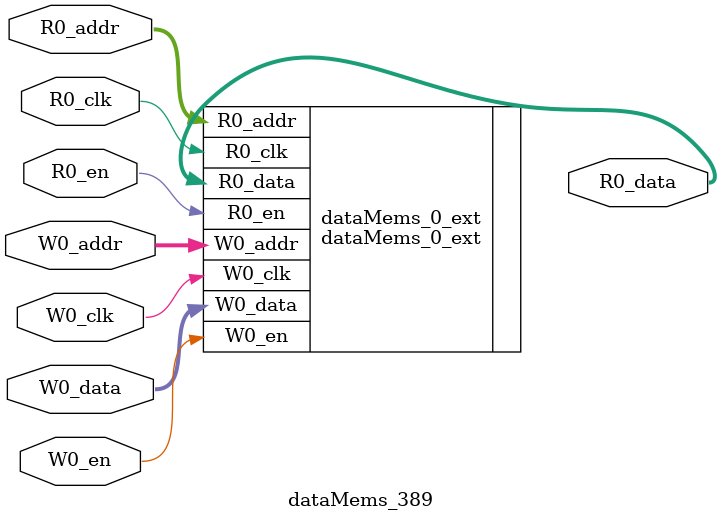
<source format=sv>
`ifndef RANDOMIZE
  `ifdef RANDOMIZE_REG_INIT
    `define RANDOMIZE
  `endif // RANDOMIZE_REG_INIT
`endif // not def RANDOMIZE
`ifndef RANDOMIZE
  `ifdef RANDOMIZE_MEM_INIT
    `define RANDOMIZE
  `endif // RANDOMIZE_MEM_INIT
`endif // not def RANDOMIZE

`ifndef RANDOM
  `define RANDOM $random
`endif // not def RANDOM

// Users can define 'PRINTF_COND' to add an extra gate to prints.
`ifndef PRINTF_COND_
  `ifdef PRINTF_COND
    `define PRINTF_COND_ (`PRINTF_COND)
  `else  // PRINTF_COND
    `define PRINTF_COND_ 1
  `endif // PRINTF_COND
`endif // not def PRINTF_COND_

// Users can define 'ASSERT_VERBOSE_COND' to add an extra gate to assert error printing.
`ifndef ASSERT_VERBOSE_COND_
  `ifdef ASSERT_VERBOSE_COND
    `define ASSERT_VERBOSE_COND_ (`ASSERT_VERBOSE_COND)
  `else  // ASSERT_VERBOSE_COND
    `define ASSERT_VERBOSE_COND_ 1
  `endif // ASSERT_VERBOSE_COND
`endif // not def ASSERT_VERBOSE_COND_

// Users can define 'STOP_COND' to add an extra gate to stop conditions.
`ifndef STOP_COND_
  `ifdef STOP_COND
    `define STOP_COND_ (`STOP_COND)
  `else  // STOP_COND
    `define STOP_COND_ 1
  `endif // STOP_COND
`endif // not def STOP_COND_

// Users can define INIT_RANDOM as general code that gets injected into the
// initializer block for modules with registers.
`ifndef INIT_RANDOM
  `define INIT_RANDOM
`endif // not def INIT_RANDOM

// If using random initialization, you can also define RANDOMIZE_DELAY to
// customize the delay used, otherwise 0.002 is used.
`ifndef RANDOMIZE_DELAY
  `define RANDOMIZE_DELAY 0.002
`endif // not def RANDOMIZE_DELAY

// Define INIT_RANDOM_PROLOG_ for use in our modules below.
`ifndef INIT_RANDOM_PROLOG_
  `ifdef RANDOMIZE
    `ifdef VERILATOR
      `define INIT_RANDOM_PROLOG_ `INIT_RANDOM
    `else  // VERILATOR
      `define INIT_RANDOM_PROLOG_ `INIT_RANDOM #`RANDOMIZE_DELAY begin end
    `endif // VERILATOR
  `else  // RANDOMIZE
    `define INIT_RANDOM_PROLOG_
  `endif // RANDOMIZE
`endif // not def INIT_RANDOM_PROLOG_

// Include register initializers in init blocks unless synthesis is set
`ifndef SYNTHESIS
  `ifndef ENABLE_INITIAL_REG_
    `define ENABLE_INITIAL_REG_
  `endif // not def ENABLE_INITIAL_REG_
`endif // not def SYNTHESIS

// Include rmemory initializers in init blocks unless synthesis is set
`ifndef SYNTHESIS
  `ifndef ENABLE_INITIAL_MEM_
    `define ENABLE_INITIAL_MEM_
  `endif // not def ENABLE_INITIAL_MEM_
`endif // not def SYNTHESIS

module dataMems_389(	// @[generators/ara/src/main/scala/UnsafeAXI4ToTL.scala:365:62]
  input  [4:0]  R0_addr,
  input         R0_en,
  input         R0_clk,
  output [66:0] R0_data,
  input  [4:0]  W0_addr,
  input         W0_en,
  input         W0_clk,
  input  [66:0] W0_data
);

  dataMems_0_ext dataMems_0_ext (	// @[generators/ara/src/main/scala/UnsafeAXI4ToTL.scala:365:62]
    .R0_addr (R0_addr),
    .R0_en   (R0_en),
    .R0_clk  (R0_clk),
    .R0_data (R0_data),
    .W0_addr (W0_addr),
    .W0_en   (W0_en),
    .W0_clk  (W0_clk),
    .W0_data (W0_data)
  );
endmodule


</source>
